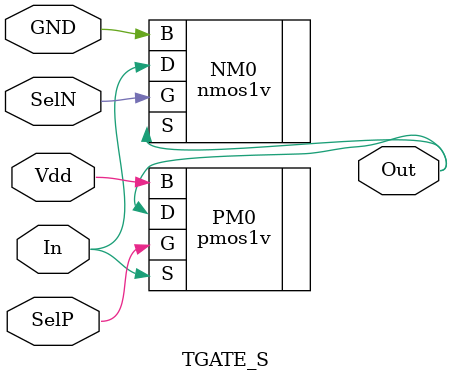
<source format=v>

module TGATE_S (
Vdd,GND,In,Out,SelP,SelN );
input  Vdd;
input  GND;
input  In;
output  Out;
input  SelP;
input  SelN;
wire Vdd;
wire In;
wire SelP;
wire SelN;
wire GND;
wire Out;

pmos1v    
 PM0  ( .S( In ), .G( SelP ), .B( Vdd ), .D( Out ) );

nmos1v    
 NM0  ( .S( Out ), .G( SelN ), .B( GND ), .D( In ) );

endmodule


</source>
